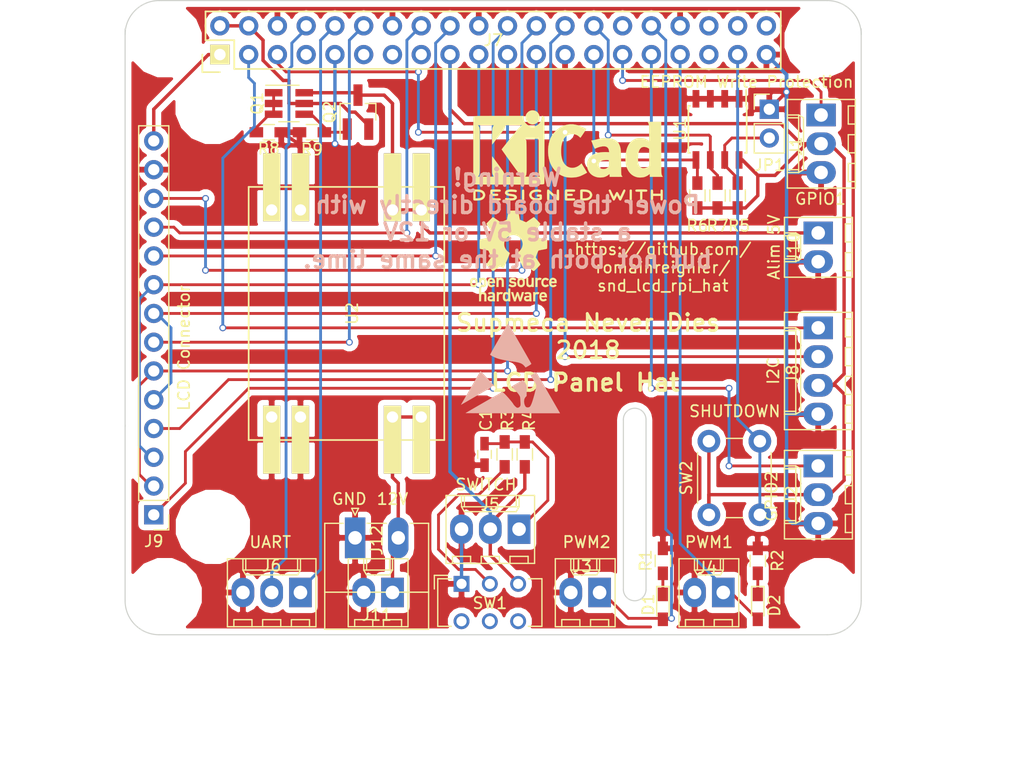
<source format=kicad_pcb>
(kicad_pcb (version 4) (host pcbnew 4.0.7-e2-6376~58~ubuntu16.04.1)
  (title_block (title "SND LCD RPI HAT") (date 2018-03-19) (rev 1.0) (company "Supmeca Never Dies") (comment 1 "Made by Romain Reignier") (comment 3 https://github.com/romainreignier/snd_lcd_rpi_hat) (comment 4 "Open Source Hardware"))
  (layers (0 F.Cu signal) (31 B.Cu signal) (34 B.Paste user hide) (35 F.Paste user hide) (36 B.SilkS user) (37 F.SilkS user) (38 B.Mask user hide) (39 F.Mask user hide) (44 Edge.Cuts user))
  (net 0 "")
  (net 1 /SWITCH)
  (net 2 GND)
  (net 3 "Net-(D1-Pad1)")
  (net 4 /LED1)
  (net 5 "Net-(D2-Pad1)")
  (net 6 /LED2)
  (net 7 +3V3)
  (net 8 /GPIO1)
  (net 9 /GPIO2)
  (net 10 /UART_TX)
  (net 11 /UART_RX)
  (net 12 /I2C_SDA)
  (net 13 /I2C_SCL)
  (net 14 "Net-(J7-Pad7)")
  (net 15 "Net-(J7-Pad11)")
  (net 16 /LCD_LED)
  (net 17 "Net-(J7-Pad13)")
  (net 18 "Net-(J7-Pad15)")
  (net 19 /LCD_RESET)
  (net 20 /LCD_DC)
  (net 21 /LCD_MOSI)
  (net 22 /LCD_MISO)
  (net 23 /TOUCH_IRQ)
  (net 24 /LCD_SCLK)
  (net 25 /LCD_CS)
  (net 26 /TOUCH_CS)
  (net 27 /EEPROM_SDA)
  (net 28 /EEPROM_SCL)
  (net 29 "Net-(J7-Pad30)")
  (net 30 "Net-(J7-Pad35)")
  (net 31 "Net-(J7-Pad36)")
  (net 32 "Net-(J7-Pad38)")
  (net 33 "Net-(J7-Pad40)")
  (net 34 "Net-(JP1-Pad2)")
  (net 35 "Net-(R3-Pad1)")
  (net 36 +12V)
  (net 37 /P5V_HAT)
  (net 38 /P5V_POWER)
  (net 39 "Net-(Q1-Pad1)")
  (net 40 "Net-(Q1-Pad4)")
  (net 41 /SHUTDOWN)
  (module D-SUN:D-SUN (layer F.Cu) (at 134.366 94.742 90)
    (fp_text reference U2 (at 0 0.5 90) (layer F.SilkS))
    (fp_text value DCDC-Converter_D-SUN)
    (pad 5 thru_hole rect (at -9.144 -4.064 270) (size 6 1.524) (drill 1 (offset 2 0)) (layers F.Cu F.SilkS F.Mask) (net 2 GND))
    (pad 7 thru_hole rect (at 9.144 4.064 90) (size 6 1.524) (drill 1 (offset 2 0)) (layers F.Cu F.SilkS F.Mask) (net 38 /P5V_POWER))
    (pad 8 thru_hole rect (at 9.144 -4.064 90) (size 6 1.524) (drill 1 (offset 2 0)) (layers F.Cu F.SilkS F.Mask) (net 2 GND))
    (pad 1 thru_hole rect (at -9.144 -6.604 90) (size 6 1.524) (drill 1 (offset -2 0)) (layers F.Cu F.SilkS F.Mask) (net 2 GND))
    (pad 6 thru_hole rect (at -9.144 4.064 270) (size 6 1.524) (drill 1 (offset 2 0)) (layers F.Cu F.SilkS F.Mask) (net 36 +12V))
    (pad 2 thru_hole rect (at -9.144 6.604 270) (size 6 1.524) (drill 1 (offset 2 0)) (layers F.Cu F.SilkS F.Mask) (net 36 +12V))
    (pad 3 thru_hole rect (at 9.144 6.604 90) (size 6 1.524) (drill 1 (offset 2 0)) (layers F.Cu F.SilkS F.Mask) (net 38 /P5V_POWER))
    (pad 4 thru_hole rect (at 9.144 -6.604 90) (size 6 1.524) (drill 1 (offset 2 0)) (layers F.Cu F.SilkS F.Mask) (net 2 GND))
  )
  (module RPi_Hat:RPi_Hat_Mounting_Hole (layer F.Cu) (at 176.3182 70.6115)
    (fp_text reference "" hide)
    (fp_text value "" hide)
    (pad "" np_thru_hole circle (at 0 0) (size 3.1 3.1) (drill 3.1) (layers *.Cu *.Mask) (clearance 1.725))
  )
  (module RPi_Hat:RPi_Hat_Mounting_Hole (layer F.Cu) (at 176.3182 119.6115)
    (fp_text reference "" hide)
    (fp_text value "" hide)
    (pad "" np_thru_hole circle (at 0 0) (size 3.1 3.1) (drill 3.1) (layers *.Cu *.Mask) (clearance 1.725))
  )
  (module RPi_Hat:RPi_Hat_Mounting_Hole (layer F.Cu) (at 118.3182 119.6115)
    (fp_text reference "" hide)
    (fp_text value "" hide)
    (pad "" np_thru_hole circle (at 0 0) (size 3.1 3.1) (drill 3.1) (layers *.Cu *.Mask) (clearance 1.725))
  )
  (module RPi_Hat:RPi_Hat_Mounting_Hole (layer F.Cu) (at 118.3182 70.6115)
    (fp_text reference "" hide)
    (fp_text value "" hide)
    (pad "" np_thru_hole circle (at 0 0) (size 3.1 3.1) (drill 3.1) (layers *.Cu *.Mask) (clearance 1.725))
  )
  (module Capacitors_SMD:C_0603_HandSoldering (layer F.Cu) (at 146.558 107.188 270)
    (fp_text reference C1 (at -3.048 -0.127 270) (layer F.SilkS))
    (fp_text value 0.1uF)
    (pad 1 smd rect (at -0.95 0 270) (size 1.2 0.75) (layers F.Cu F.Paste F.Mask) (net 1 /SWITCH))
    (pad 2 smd rect (at 0.95 0 270) (size 1.2 0.75) (layers F.Cu F.Paste F.Mask) (net 2 GND))
  )
  (module LEDs:LED_0603_HandSoldering (layer F.Cu) (at 162.306 120.65 270)
    (fp_text reference D1 (at -0.19304 1.28524 270) (layer F.SilkS))
    (fp_text value LED)
    (pad 1 smd rect (at -1.1 0 270) (size 1.2 0.9) (layers F.Cu F.Paste F.Mask) (net 3 "Net-(D1-Pad1)"))
    (pad 2 smd rect (at 1.1 0 270) (size 1.2 0.9) (layers F.Cu F.Paste F.Mask) (net 4 /LED1))
  )
  (module LEDs:LED_0603_HandSoldering (layer F.Cu) (at 170.688 120.65 270)
    (fp_text reference D2 (at -0.11684 -1.46304 270) (layer F.SilkS))
    (fp_text value LED)
    (pad 1 smd rect (at -1.1 0 270) (size 1.2 0.9) (layers F.Cu F.Paste F.Mask) (net 5 "Net-(D2-Pad1)"))
    (pad 2 smd rect (at 1.1 0 270) (size 1.2 0.9) (layers F.Cu F.Paste F.Mask) (net 6 /LED2))
  )
  (module Connectors_Molex:Molex_KK-6410-03_03x2.54mm_Straight (layer F.Cu) (at 176.276 77.216 270)
    (fp_text reference J1 (at 2.76352 2.21488 450) (layer F.SilkS))
    (fp_text value Conn_01x03)
    (pad 1 thru_hole rect (at 0 0 270) (size 2 2.6) (drill 1.2) (layers *.Cu *.Mask) (net 8 /GPIO1))
    (pad 2 thru_hole oval (at 2.54 0 270) (size 2 2.6) (drill 1.2) (layers *.Cu *.Mask) (net 7 +3V3))
    (pad 3 thru_hole oval (at 5.08 0 270) (size 2 2.6) (drill 1.2) (layers *.Cu *.Mask) (net 2 GND))
  )
  (module Connectors_Molex:Molex_KK-6410-02_02x2.54mm_Straight (layer F.Cu) (at 156.718 119.38 180)
    (fp_text reference J3 (at 1.53416 2.29616 180) (layer F.SilkS))
    (fp_text value Conn_01x02)
    (pad 1 thru_hole rect (at 0 0 180) (size 2 2.6) (drill 1.2) (layers *.Cu *.Mask) (net 4 /LED1))
    (pad 2 thru_hole oval (at 2.54 0 180) (size 2 2.6) (drill 1.2) (layers *.Cu *.Mask) (net 2 GND))
  )
  (module Connectors_Molex:Molex_KK-6410-02_02x2.54mm_Straight (layer F.Cu) (at 167.64 119.38 180)
    (fp_text reference J4 (at 1.40716 2.1844 180) (layer F.SilkS))
    (fp_text value Conn_01x02)
    (pad 1 thru_hole rect (at 0 0 180) (size 2 2.6) (drill 1.2) (layers *.Cu *.Mask) (net 6 /LED2))
    (pad 2 thru_hole oval (at 2.54 0 180) (size 2 2.6) (drill 1.2) (layers *.Cu *.Mask) (net 2 GND))
  )
  (module Connectors_Molex:Molex_KK-6410-03_03x2.54mm_Straight (layer F.Cu) (at 149.606 113.792 180)
    (fp_text reference J5 (at 2.55016 2.19456 180) (layer F.SilkS))
    (fp_text value Conn_01x03)
    (pad 1 thru_hole rect (at 0 0 180) (size 2 2.6) (drill 1.2) (layers *.Cu *.Mask) (net 1 /SWITCH))
    (pad 2 thru_hole oval (at 2.54 0 180) (size 2 2.6) (drill 1.2) (layers *.Cu *.Mask) (net 7 +3V3))
    (pad 3 thru_hole oval (at 5.08 0 180) (size 2 2.6) (drill 1.2) (layers *.Cu *.Mask) (net 2 GND))
  )
  (module Connectors_Molex:Molex_KK-6410-03_03x2.54mm_Straight (layer F.Cu) (at 130.302 119.38 180)
    (fp_text reference J6 (at 2.55016 2.37236 180) (layer F.SilkS))
    (fp_text value Conn_01x03)
    (pad 1 thru_hole rect (at 0 0 180) (size 2 2.6) (drill 1.2) (layers *.Cu *.Mask) (net 11 /UART_RX))
    (pad 2 thru_hole oval (at 2.54 0 180) (size 2 2.6) (drill 1.2) (layers *.Cu *.Mask) (net 10 /UART_TX))
    (pad 3 thru_hole oval (at 5.08 0 180) (size 2 2.6) (drill 1.2) (layers *.Cu *.Mask) (net 2 GND))
  )
  (module RPi_Hat:Pin_Header_Straight_2x20 (layer F.Cu) (at 147.3182 70.6115 90)
    (fp_text reference J7 (at -0.0005 0.02212 360) (layer F.SilkS))
    (fp_text value RPi_GPIO)
    (pad 1 thru_hole rect (at -1.27 -24.13 90) (size 1.7272 1.7272) (drill 1.016) (layers *.Cu *.Mask F.SilkS) (net 7 +3V3))
    (pad 2 thru_hole oval (at 1.27 -24.13 90) (size 1.7 1.7) (drill 1) (layers *.Cu *.Mask) (net 37 /P5V_HAT))
    (pad 3 thru_hole oval (at -1.27 -21.59 90) (size 1.7 1.7) (drill 1) (layers *.Cu *.Mask) (net 12 /I2C_SDA))
    (pad 4 thru_hole oval (at 1.27 -21.59 90) (size 1.7 1.7) (drill 1) (layers *.Cu *.Mask) (net 37 /P5V_HAT))
    (pad 5 thru_hole oval (at -1.27 -19.05 90) (size 1.7 1.7) (drill 1) (layers *.Cu *.Mask) (net 13 /I2C_SCL))
    (pad 6 thru_hole oval (at 1.27 -19.05 90) (size 1.7 1.7) (drill 1) (layers *.Cu *.Mask) (net 2 GND))
    (pad 7 thru_hole oval (at -1.27 -16.51 90) (size 1.7 1.7) (drill 1) (layers *.Cu *.Mask) (net 14 "Net-(J7-Pad7)"))
    (pad 8 thru_hole oval (at 1.27 -16.51 90) (size 1.7 1.7) (drill 1) (layers *.Cu *.Mask) (net 10 /UART_TX))
    (pad 9 thru_hole oval (at -1.27 -13.97 90) (size 1.7 1.7) (drill 1) (layers *.Cu *.Mask) (net 2 GND))
    (pad 10 thru_hole oval (at 1.27 -13.97 90) (size 1.7 1.7) (drill 1) (layers *.Cu *.Mask) (net 11 /UART_RX))
    (pad 11 thru_hole oval (at -1.27 -11.43 90) (size 1.7 1.7) (drill 1) (layers *.Cu *.Mask) (net 15 "Net-(J7-Pad11)"))
    (pad 12 thru_hole oval (at 1.27 -11.43 90) (size 1.7 1.7) (drill 1) (layers *.Cu *.Mask) (net 16 /LCD_LED))
    (pad 13 thru_hole oval (at -1.27 -8.89 90) (size 1.7 1.7) (drill 1) (layers *.Cu *.Mask) (net 17 "Net-(J7-Pad13)"))
    (pad 14 thru_hole oval (at 1.27 -8.89 90) (size 1.7 1.7) (drill 1) (layers *.Cu *.Mask) (net 2 GND))
    (pad 15 thru_hole oval (at -1.27 -6.35 90) (size 1.7 1.7) (drill 1) (layers *.Cu *.Mask) (net 18 "Net-(J7-Pad15)"))
    (pad 16 thru_hole oval (at 1.27 -6.35 90) (size 1.7 1.7) (drill 1) (layers *.Cu *.Mask) (net 19 /LCD_RESET))
    (pad 17 thru_hole oval (at -1.27 -3.81 90) (size 1.7 1.7) (drill 1) (layers *.Cu *.Mask) (net 7 +3V3))
    (pad 18 thru_hole oval (at 1.27 -3.81 90) (size 1.7 1.7) (drill 1) (layers *.Cu *.Mask) (net 20 /LCD_DC))
    (pad 19 thru_hole oval (at -1.27 -1.27 90) (size 1.7 1.7) (drill 1) (layers *.Cu *.Mask) (net 21 /LCD_MOSI))
    (pad 20 thru_hole oval (at 1.27 -1.27 90) (size 1.7 1.7) (drill 1) (layers *.Cu *.Mask) (net 2 GND))
    (pad 21 thru_hole oval (at -1.27 1.27 90) (size 1.7 1.7) (drill 1) (layers *.Cu *.Mask) (net 22 /LCD_MISO))
    (pad 22 thru_hole oval (at 1.27 1.27 90) (size 1.7 1.7) (drill 1) (layers *.Cu *.Mask) (net 23 /TOUCH_IRQ))
    (pad 23 thru_hole oval (at -1.27 3.81 90) (size 1.7 1.7) (drill 1) (layers *.Cu *.Mask) (net 24 /LCD_SCLK))
    (pad 24 thru_hole oval (at 1.27 3.81 90) (size 1.7 1.7) (drill 1) (layers *.Cu *.Mask) (net 25 /LCD_CS))
    (pad 25 thru_hole oval (at -1.27 6.35 90) (size 1.7 1.7) (drill 1) (layers *.Cu *.Mask) (net 2 GND))
    (pad 26 thru_hole oval (at 1.27 6.35 90) (size 1.7 1.7) (drill 1) (layers *.Cu *.Mask) (net 26 /TOUCH_CS))
    (pad 27 thru_hole oval (at -1.27 8.89 90) (size 1.7 1.7) (drill 1) (layers *.Cu *.Mask) (net 27 /EEPROM_SDA))
    (pad 28 thru_hole oval (at 1.27 8.89 90) (size 1.7 1.7) (drill 1) (layers *.Cu *.Mask) (net 28 /EEPROM_SCL))
    (pad 29 thru_hole oval (at -1.27 11.43 90) (size 1.7 1.7) (drill 1) (layers *.Cu *.Mask) (net 8 /GPIO1))
    (pad 30 thru_hole oval (at 1.27 11.43 90) (size 1.7 1.7) (drill 1) (layers *.Cu *.Mask) (net 29 "Net-(J7-Pad30)"))
    (pad 31 thru_hole oval (at -1.27 13.97 90) (size 1.7 1.7) (drill 1) (layers *.Cu *.Mask) (net 9 /GPIO2))
    (pad 32 thru_hole oval (at 1.27 13.97 90) (size 1.7 1.7) (drill 1) (layers *.Cu *.Mask) (net 4 /LED1))
    (pad 33 thru_hole oval (at -1.27 16.51 90) (size 1.7 1.7) (drill 1) (layers *.Cu *.Mask) (net 6 /LED2))
    (pad 34 thru_hole oval (at 1.27 16.51 90) (size 1.7 1.7) (drill 1) (layers *.Cu *.Mask) (net 2 GND))
    (pad 35 thru_hole oval (at -1.27 19.05 90) (size 1.7 1.7) (drill 1) (layers *.Cu *.Mask) (net 30 "Net-(J7-Pad35)"))
    (pad 36 thru_hole oval (at 1.27 19.05 90) (size 1.7 1.7) (drill 1) (layers *.Cu *.Mask) (net 31 "Net-(J7-Pad36)"))
    (pad 37 thru_hole oval (at -1.27 21.59 90) (size 1.7 1.7) (drill 1) (layers *.Cu *.Mask) (net 41 /SHUTDOWN))
    (pad 38 thru_hole oval (at 1.27 21.59 90) (size 1.7 1.7) (drill 1) (layers *.Cu *.Mask) (net 32 "Net-(J7-Pad38)"))
    (pad 39 thru_hole oval (at -1.27 24.13 90) (size 1.7 1.7) (drill 1) (layers *.Cu *.Mask) (net 2 GND))
    (pad 40 thru_hole oval (at 1.27 24.13 90) (size 1.7 1.7) (drill 1) (layers *.Cu *.Mask) (net 33 "Net-(J7-Pad40)"))
  )
  (module Connectors_Molex:Molex_KK-6410-04_04x2.54mm_Straight (layer F.Cu) (at 176.022 96.012 270)
    (fp_text reference J8 (at 4.10464 2.26568 270) (layer F.SilkS))
    (fp_text value Conn_01x04)
    (pad 1 thru_hole rect (at 0 0 270) (size 2 2.6) (drill 1.2) (layers *.Cu *.Mask) (net 12 /I2C_SDA))
    (pad 2 thru_hole oval (at 2.54 0 270) (size 2 2.6) (drill 1.2) (layers *.Cu *.Mask) (net 13 /I2C_SCL))
    (pad 3 thru_hole oval (at 5.08 0 270) (size 2 2.6) (drill 1.2) (layers *.Cu *.Mask) (net 7 +3V3))
    (pad 4 thru_hole oval (at 7.62 0 270) (size 2 2.6) (drill 1.2) (layers *.Cu *.Mask) (net 2 GND))
  )
  (module Connectors_Molex:Molex_KK-6410-02_02x2.54mm_Straight (layer F.Cu) (at 176.022 87.63 270)
    (fp_text reference J10 (at 1.24968 2.1844 270) (layer F.SilkS))
    (fp_text value Conn_01x02)
    (pad 1 thru_hole rect (at 0 0 270) (size 2 2.6) (drill 1.2) (layers *.Cu *.Mask) (net 38 /P5V_POWER))
    (pad 2 thru_hole oval (at 2.54 0 270) (size 2 2.6) (drill 1.2) (layers *.Cu *.Mask) (net 2 GND))
  )
  (module Pin_Headers:Pin_Header_Straight_1x02_Pitch2.54mm (layer F.Cu) (at 171.704 76.708)
    (fp_text reference JP1 (at 0.01524 4.94284) (layer F.SilkS))
    (fp_text value Jumper)
    (pad 1 thru_hole rect (at 0 0) (size 1.7 1.7) (drill 1) (layers *.Cu *.Mask) (net 2 GND))
    (pad 2 thru_hole oval (at 0 2.54) (size 1.7 1.7) (drill 1) (layers *.Cu *.Mask) (net 34 "Net-(JP1-Pad2)"))
  )
  (module Resistors_SMD:R_0603_HandSoldering (layer F.Cu) (at 162.306 116.586 270)
    (fp_text reference R1 (at -0.03048 1.51384 270) (layer F.SilkS))
    (fp_text value 330)
    (pad 1 smd rect (at -1.1 0 270) (size 1.2 0.9) (layers F.Cu F.Paste F.Mask) (net 2 GND))
    (pad 2 smd rect (at 1.1 0 270) (size 1.2 0.9) (layers F.Cu F.Paste F.Mask) (net 3 "Net-(D1-Pad1)"))
  )
  (module Resistors_SMD:R_0603_HandSoldering (layer F.Cu) (at 170.688 116.586 270)
    (fp_text reference R2 (at -0.01524 -1.73736 270) (layer F.SilkS))
    (fp_text value 330)
    (pad 1 smd rect (at -1.1 0 270) (size 1.2 0.9) (layers F.Cu F.Paste F.Mask) (net 2 GND))
    (pad 2 smd rect (at 1.1 0 270) (size 1.2 0.9) (layers F.Cu F.Paste F.Mask) (net 5 "Net-(D2-Pad1)"))
  )
  (module Resistors_SMD:R_0603_HandSoldering (layer F.Cu) (at 148.336 107.188 90)
    (fp_text reference R3 (at 3.048 0.254 90) (layer F.SilkS))
    (fp_text value 1k)
    (pad 1 smd rect (at -1.1 0 90) (size 1.2 0.9) (layers F.Cu F.Paste F.Mask) (net 35 "Net-(R3-Pad1)"))
    (pad 2 smd rect (at 1.1 0 90) (size 1.2 0.9) (layers F.Cu F.Paste F.Mask) (net 1 /SWITCH))
  )
  (module Resistors_SMD:R_0603_HandSoldering (layer F.Cu) (at 150.114 107.188 90)
    (fp_text reference R4 (at 3.048 0.381 90) (layer F.SilkS))
    (fp_text value 10k)
    (pad 1 smd rect (at -1.1 0 90) (size 1.2 0.9) (layers F.Cu F.Paste F.Mask) (net 7 +3V3))
    (pad 2 smd rect (at 1.1 0 90) (size 1.2 0.9) (layers F.Cu F.Paste F.Mask) (net 1 /SWITCH))
  )
  (module Resistors_SMD:R_0603_HandSoldering (layer F.Cu) (at 168.91 84.328 90)
    (fp_text reference R5 (at -2.667 0.127 360) (layer F.SilkS))
    (fp_text value 1k)
    (pad 1 smd rect (at -1.1 0 90) (size 1.2 0.9) (layers F.Cu F.Paste F.Mask) (net 7 +3V3))
    (pad 2 smd rect (at 1.1 0 90) (size 1.2 0.9) (layers F.Cu F.Paste F.Mask) (net 34 "Net-(JP1-Pad2)"))
  )
  (module Resistors_SMD:R_0603_HandSoldering (layer F.Cu) (at 165.354 84.328 90)
    (fp_text reference R6 (at -2.667 0 360) (layer F.SilkS))
    (fp_text value 3.9k)
    (pad 1 smd rect (at -1.1 0 90) (size 1.2 0.9) (layers F.Cu F.Paste F.Mask) (net 7 +3V3))
    (pad 2 smd rect (at 1.1 0 90) (size 1.2 0.9) (layers F.Cu F.Paste F.Mask) (net 27 /EEPROM_SDA))
  )
  (module Resistors_SMD:R_0603_HandSoldering (layer F.Cu) (at 167.132 84.328 90)
    (fp_text reference R7 (at -2.667 0 360) (layer F.SilkS))
    (fp_text value 3.9k)
    (pad 1 smd rect (at -1.1 0 90) (size 1.2 0.9) (layers F.Cu F.Paste F.Mask) (net 7 +3V3))
    (pad 2 smd rect (at 1.1 0 90) (size 1.2 0.9) (layers F.Cu F.Paste F.Mask) (net 28 /EEPROM_SCL))
  )
  (module Buttons_Switches_THT:SW_CuK_JS202011CQN_DPDT_Straight (layer F.Cu) (at 144.526 118.618)
    (fp_text reference SW1 (at 2.50444 1.7018 180) (layer F.SilkS))
    (fp_text value SW_DPDT_x2)
    (pad 1 thru_hole rect (at 0 0) (size 1.4 1.4) (drill 0.9) (layers *.Cu *.Mask) (net 2 GND))
    (pad 2 thru_hole circle (at 2.5 0) (size 1.4 1.4) (drill 0.9) (layers *.Cu *.Mask) (net 35 "Net-(R3-Pad1)"))
    (pad 3 thru_hole circle (at 5 0) (size 1.4 1.4) (drill 0.9) (layers *.Cu *.Mask) (net 7 +3V3))
    (pad 4 thru_hole circle (at 0 3.3) (size 1.4 1.4) (drill 0.9) (layers *.Cu *.Mask))
    (pad 5 thru_hole circle (at 2.5 3.3) (size 1.4 1.4) (drill 0.9) (layers *.Cu *.Mask))
    (pad 6 thru_hole circle (at 5 3.3) (size 1.4 1.4) (drill 0.9) (layers *.Cu *.Mask))
  )
  (module Housings_SOIC:SOIC-8_3.9x4.9mm_Pitch1.27mm (layer F.Cu) (at 167.132 78.486 270)
    (fp_text reference U1 (at 0 3.302 270) (layer F.SilkS))
    (fp_text value AT24CS32-SSHM)
    (pad 1 smd rect (at -2.7 -1.905 270) (size 1.55 0.6) (layers F.Cu F.Paste F.Mask) (net 2 GND))
    (pad 2 smd rect (at -2.7 -0.635 270) (size 1.55 0.6) (layers F.Cu F.Paste F.Mask) (net 2 GND))
    (pad 3 smd rect (at -2.7 0.635 270) (size 1.55 0.6) (layers F.Cu F.Paste F.Mask) (net 2 GND))
    (pad 4 smd rect (at -2.7 1.905 270) (size 1.55 0.6) (layers F.Cu F.Paste F.Mask) (net 2 GND))
    (pad 5 smd rect (at 2.7 1.905 270) (size 1.55 0.6) (layers F.Cu F.Paste F.Mask) (net 27 /EEPROM_SDA))
    (pad 6 smd rect (at 2.7 0.635 270) (size 1.55 0.6) (layers F.Cu F.Paste F.Mask) (net 28 /EEPROM_SCL))
    (pad 7 smd rect (at 2.7 -0.635 270) (size 1.55 0.6) (layers F.Cu F.Paste F.Mask) (net 34 "Net-(JP1-Pad2)"))
    (pad 8 smd rect (at 2.7 -1.905 270) (size 1.55 0.6) (layers F.Cu F.Paste F.Mask) (net 7 +3V3))
  )
  (module Connectors_Molex:Molex_KK-6410-02_02x2.54mm_Straight (layer F.Cu) (at 138.43 119.38 180)
    (fp_text reference J11 (at 1.39196 -1.98374 360) (layer F.SilkS))
    (fp_text value Conn_01x02)
    (pad 1 thru_hole rect (at 0 0 180) (size 2 2.6) (drill 1.2) (layers *.Cu *.Mask) (net 36 +12V))
    (pad 2 thru_hole oval (at 2.54 0 180) (size 2 2.6) (drill 1.2) (layers *.Cu *.Mask) (net 2 GND))
  )
  (module Connectors_Molex:Molex_KK-6410-03_03x2.54mm_Straight (layer F.Cu) (at 176.022 108.204 270)
    (fp_text reference J2 (at 2.5908 2.3622 270) (layer F.SilkS))
    (fp_text value Conn_01x03)
    (pad 1 thru_hole rect (at 0 0 270) (size 2 2.6) (drill 1.2) (layers *.Cu *.Mask) (net 9 /GPIO2))
    (pad 2 thru_hole oval (at 2.54 0 270) (size 2 2.6) (drill 1.2) (layers *.Cu *.Mask) (net 7 +3V3))
    (pad 3 thru_hole oval (at 5.08 0 270) (size 2 2.6) (drill 1.2) (layers *.Cu *.Mask) (net 2 GND))
  )
  (module Connectors_Phoenix:PhoenixContact_MC-G_02x3.81mm_Angled (layer F.Cu) (at 135.128 114.554)
    (fp_text reference J12 (at 1.91004 0.2159 90) (layer F.SilkS))
    (fp_text value Conn_01x02)
    (pad 1 thru_hole rect (at 0 0) (size 1.8 3.6) (drill 1.2) (layers *.Cu *.Mask) (net 2 GND))
    (pad 2 thru_hole oval (at 3.81 0) (size 1.8 3.6) (drill 1.2) (layers *.Cu *.Mask) (net 36 +12V))
  )
  (module Pin_Headers:Pin_Header_Straight_1x14_Pitch2.54mm (layer F.Cu) (at 117.348 112.522 180)
    (fp_text reference J9 (at 0 -2.33 180) (layer F.SilkS))
    (fp_text value Conn_01x14)
    (pad 1 thru_hole rect (at 0 0 180) (size 1.7 1.7) (drill 1) (layers *.Cu *.Mask) (net 23 /TOUCH_IRQ))
    (pad 2 thru_hole oval (at 0 2.54 180) (size 1.7 1.7) (drill 1) (layers *.Cu *.Mask) (net 22 /LCD_MISO))
    (pad 3 thru_hole oval (at 0 5.08 180) (size 1.7 1.7) (drill 1) (layers *.Cu *.Mask) (net 21 /LCD_MOSI))
    (pad 4 thru_hole oval (at 0 7.62 180) (size 1.7 1.7) (drill 1) (layers *.Cu *.Mask) (net 26 /TOUCH_CS))
    (pad 5 thru_hole oval (at 0 10.16 180) (size 1.7 1.7) (drill 1) (layers *.Cu *.Mask) (net 24 /LCD_SCLK))
    (pad 6 thru_hole oval (at 0 12.7 180) (size 1.7 1.7) (drill 1) (layers *.Cu *.Mask) (net 22 /LCD_MISO))
    (pad 7 thru_hole oval (at 0 15.24 180) (size 1.7 1.7) (drill 1) (layers *.Cu *.Mask) (net 16 /LCD_LED))
    (pad 8 thru_hole oval (at 0 17.78 180) (size 1.7 1.7) (drill 1) (layers *.Cu *.Mask) (net 24 /LCD_SCLK))
    (pad 9 thru_hole oval (at 0 20.32 180) (size 1.7 1.7) (drill 1) (layers *.Cu *.Mask) (net 21 /LCD_MOSI))
    (pad 10 thru_hole oval (at 0 22.86 180) (size 1.7 1.7) (drill 1) (layers *.Cu *.Mask) (net 20 /LCD_DC))
    (pad 11 thru_hole oval (at 0 25.4 180) (size 1.7 1.7) (drill 1) (layers *.Cu *.Mask) (net 19 /LCD_RESET))
    (pad 12 thru_hole oval (at 0 27.94 180) (size 1.7 1.7) (drill 1) (layers *.Cu *.Mask) (net 25 /LCD_CS))
    (pad 13 thru_hole oval (at 0 30.48 180) (size 1.7 1.7) (drill 1) (layers *.Cu *.Mask) (net 2 GND))
    (pad 14 thru_hole oval (at 0 33.02 180) (size 1.7 1.7) (drill 1) (layers *.Cu *.Mask) (net 7 +3V3))
  )
  (module TO_SOT_Packages_SMD:SOT-23-6_Handsoldering (layer F.Cu) (at 129.286 76.2)
    (fp_text reference Q1 (at -2.794 0 90) (layer F.SilkS))
    (fp_text value DMMT5401)
    (pad 1 smd rect (at -1.35 -0.95) (size 1.56 0.65) (layers F.Cu F.Paste F.Mask) (net 39 "Net-(Q1-Pad1)"))
    (pad 2 smd rect (at -1.35 0) (size 1.56 0.65) (layers F.Cu F.Paste F.Mask) (net 39 "Net-(Q1-Pad1)"))
    (pad 3 smd rect (at -1.35 0.95) (size 1.56 0.65) (layers F.Cu F.Paste F.Mask) (net 39 "Net-(Q1-Pad1)"))
    (pad 4 smd rect (at 1.35 0.95) (size 1.56 0.65) (layers F.Cu F.Paste F.Mask) (net 40 "Net-(Q1-Pad4)"))
    (pad 6 smd rect (at 1.35 -0.95) (size 1.56 0.65) (layers F.Cu F.Paste F.Mask) (net 38 /P5V_POWER))
    (pad 5 smd rect (at 1.35 0) (size 1.56 0.65) (layers F.Cu F.Paste F.Mask) (net 37 /P5V_HAT))
  )
  (module Resistors_SMD:R_0603_HandSoldering (layer F.Cu) (at 127.508 78.74)
    (fp_text reference R8 (at 0 1.44272) (layer F.SilkS))
    (fp_text value 10k)
    (pad 1 smd rect (at -1.1 0) (size 1.2 0.9) (layers F.Cu F.Paste F.Mask) (net 39 "Net-(Q1-Pad1)"))
    (pad 2 smd rect (at 1.1 0) (size 1.2 0.9) (layers F.Cu F.Paste F.Mask) (net 2 GND))
  )
  (module Resistors_SMD:R_0603_HandSoldering (layer F.Cu) (at 131.318 78.74 180)
    (fp_text reference R9 (at 0 -1.524 180) (layer F.SilkS))
    (fp_text value 47k)
    (pad 1 smd rect (at -1.1 0 180) (size 1.2 0.9) (layers F.Cu F.Paste F.Mask) (net 40 "Net-(Q1-Pad4)"))
    (pad 2 smd rect (at 1.1 0 180) (size 1.2 0.9) (layers F.Cu F.Paste F.Mask) (net 2 GND))
  )
  (module RPi_Hat:RPi_Hat_Mounting_Hole (layer F.Cu) (at 122.5423 76.5048)
    (fp_text reference "" hide)
    (fp_text value "" hide)
    (pad "" np_thru_hole circle (at 0 0) (size 3.1 3.1) (drill 3.1) (layers *.Cu *.Mask) (clearance 1.725))
  )
  (module RPi_Hat:RPi_Hat_Mounting_Hole (layer F.Cu) (at 122.57024 113.5888)
    (fp_text reference "" hide)
    (fp_text value "" hide)
    (pad "" np_thru_hole circle (at 0 0) (size 3.1 3.1) (drill 3.1) (layers *.Cu *.Mask) (clearance 1.725))
  )
  (module TO_SOT_Packages_SMD:SOT-23_Handsoldering (layer F.Cu) (at 135.382 76.962 90)
    (fp_text reference Q2 (at 0 -2.5 90) (layer F.SilkS))
    (fp_text value DMG2305UX)
    (pad 1 smd rect (at -1.5 -0.95 90) (size 1.9 0.8) (layers F.Cu F.Paste F.Mask) (net 40 "Net-(Q1-Pad4)"))
    (pad 2 smd rect (at -1.5 0.95 90) (size 1.9 0.8) (layers F.Cu F.Paste F.Mask) (net 37 /P5V_HAT))
    (pad 3 smd rect (at 1.5 0 90) (size 1.9 0.8) (layers F.Cu F.Paste F.Mask) (net 38 /P5V_POWER))
  )
  (module Buttons_Switches_THT:SW_PUSH_6mm_h5mm (layer F.Cu) (at 166.37 112.522 90)
    (fp_text reference SW2 (at 3.25 -2 90) (layer F.SilkS))
    (fp_text value SW_Push)
    (pad 2 thru_hole circle (at 0 4.5 180) (size 2 2) (drill 1.1) (layers *.Cu *.Mask) (net 41 /SHUTDOWN))
    (pad 1 thru_hole circle (at 0 0 180) (size 2 2) (drill 1.1) (layers *.Cu *.Mask) (net 7 +3V3))
    (pad 2 thru_hole circle (at 6.5 4.5 180) (size 2 2) (drill 1.1) (layers *.Cu *.Mask) (net 41 /SHUTDOWN))
    (pad 1 thru_hole circle (at 6.5 0 180) (size 2 2) (drill 1.1) (layers *.Cu *.Mask) (net 7 +3V3))
  )
  (module Symbols:OSHW-Logo_7.5x8mm_SilkScreen (layer F.Cu) (at 149.098 89.662)
    (fp_text reference REF*** hide)
    (fp_text value OSHW-Logo_7.5x8mm_SilkScreen hide)
  )
  (module Symbols:KiCad-Logo2_8mm_SilkScreen (layer F.Cu) (at 153.924 80.772)
    (fp_text reference REF*** hide)
    (fp_text value KiCad-Logo2_8mm_SilkScreen hide)
  )
  (module Symbols:ESD-Logo_8.9x8mm_SilkScreen (layer B.Cu) (at 148.844 99.568 180)
    (fp_text reference REF*** hide)
    (fp_text value ESD-Logo_8.9x8mm_SilkScreen hide)
  )
  (gr_text "https://github.com/\nromainreignier/\nsnd_lcd_rpi_hat" (at 162.306 90.678) (layer F.SilkS) (effects (font (size 1 1))))
  (gr_text SHUTDOWN (at 168.656 103.378) (layer F.SilkS) (effects (font (size 1 1))))
  (gr_text "Warning!\nPower the board directly with\na stable 5V or 12V\nbut not both at the same time." (at 148.59 86.36) (layer B.SilkS) (effects (font (size 1.5 1.5) (thickness 0.3)) (justify mirror)))
  (gr_text SWITCH (at 146.685 109.855) (layer F.SilkS) (effects (font (size 1 1))))
  (gr_text PWM2 (at 155.575 114.935) (layer F.SilkS) (effects (font (size 1 1))))
  (gr_text PWM1 (at 166.37 114.935) (layer F.SilkS) (effects (font (size 1 1))))
  (gr_text UART (at 127.635 114.935) (layer F.SilkS) (effects (font (size 1 1))))
  (gr_text "LCD Connector" (at 120.015 97.79 90) (layer F.SilkS) (effects (font (size 1 1))))
  (gr_text GND (at 134.62 111.125) (layer F.SilkS) (effects (font (size 1 1))))
  (gr_text 12V (at 138.43 111.125) (layer F.SilkS) (effects (font (size 1 1))))
  (gr_text "EEPROM Write Protection" (at 169.6974 74.295) (layer F.SilkS) (effects (font (size 1 1))))
  (gr_text GPIO1 (at 176.21504 84.62264) (layer F.SilkS) (effects (font (size 1 1))))
  (gr_text "Alim 5V" (at 172.1104 88.87968 90) (layer F.SilkS) (effects (font (size 1 1))))
  (gr_text I2C (at 172.05452 99.80168 90) (layer F.SilkS) (effects (font (size 1 1))))
  (gr_text GPIO2 (at 171.89196 110.88624 90) (layer F.SilkS) (effects (font (size 1 1))))
  (gr_text "LCD Panel Hat" (at 155.448 100.838) (layer F.SilkS) (effects (font (size 1.5 1.5) (thickness 0.3))))
  (gr_text "Supmeca Never Dies\n2018" (at 155.702 96.774) (layer F.SilkS) (effects (font (size 1.5 1.5) (thickness 0.25))))
  (gr_line (start 114.8182 85.6615) (end 114.8182 104.7115) (angle 90) (layer Edge.Cuts) (width 0.1))
  (gr_arc (start 176.8182 70.1115) (end 176.8182 67.1115) (angle 90) (layer Edge.Cuts) (width 0.1))
  (gr_line (start 117.8182 67.1115) (end 176.8182 67.1115) (angle 90) (layer Edge.Cuts) (width 0.1))
  (gr_arc (start 117.8182 70.1115) (end 114.8182 70.1115) (angle 90) (layer Edge.Cuts) (width 0.1))
  (gr_arc (start 159.8182 119.1115) (end 158.8182 119.1115) (angle -180) (layer Edge.Cuts) (width 0.1))
  (gr_arc (start 159.8182 104.1115) (end 158.8182 104.1115) (angle 180) (layer Edge.Cuts) (width 0.1))
  (gr_line (start 160.8182 104.1115) (end 160.8182 119.1115) (angle 90) (layer Edge.Cuts) (width 0.1))
  (gr_line (start 158.8182 104.1115) (end 158.8182 119.1115) (angle 90) (layer Edge.Cuts) (width 0.1))
  (gr_arc (start 176.8182 120.1115) (end 179.8182 120.1115) (angle 90) (layer Edge.Cuts) (width 0.1))
  (gr_arc (start 117.8182 120.1115) (end 117.8182 123.1115) (angle 90) (layer Edge.Cuts) (width 0.1))
  (gr_line (start 114.8182 104.6115) (end 114.8182 120.1115) (layer Edge.Cuts) (width 0.1))
  (gr_line (start 114.8182 69.6115) (end 114.8182 85.6115) (layer Edge.Cuts) (width 0.1))
  (gr_line (start 117.8182 123.1115) (end 176.8182 123.1115) (angle 90) (layer Edge.Cuts) (width 0.1))
  (gr_line (start 179.8182 69.6115) (end 179.8182 120.1115) (angle 90) (layer Edge.Cuts) (width 0.1))
  (segment (start 150.114 106.088) (end 150.792 106.088) (width 0.25) (layer F.Cu) (net 1))
  (segment (start 152.146 111.252) (end 149.606 113.792) (width 0.25) (layer F.Cu) (net 1))
  (segment (start 152.146 107.442) (end 152.146 111.252) (width 0.25) (layer F.Cu) (net 1))
  (segment (start 150.792 106.088) (end 152.146 107.442) (width 0.25) (layer F.Cu) (net 1))
  (segment (start 150.114 106.088) (end 148.336 106.088) (width 0.25) (layer F.Cu) (net 1))
  (segment (start 146.558 106.238) (end 148.186 106.238) (width 0.25) (layer F.Cu) (net 1))
  (segment (start 148.186 106.238) (end 148.336 106.088) (width 0.25) (layer F.Cu) (net 1))
  (segment (start 128.608 78.74) (end 130.218 78.74) (width 0.3) (layer F.Cu) (net 2))
  (segment (start 171.704 76.708) (end 173.228 75.184) (width 0.3) (layer F.Cu) (net 2))
  (segment (start 173.228 75.184) (end 173.228 73.66) (width 0.3) (layer B.Cu) (net 2))
  (via (at 173.228 75.184) (size 0.6) (drill 0.4) (layers F.Cu B.Cu) (net 2))
  (segment (start 173.228 73.66) (end 171.4495 71.8815) (width 0.3) (layer B.Cu) (net 2))
  (segment (start 171.4495 71.8815) (end 171.4482 71.8815) (width 0.3) (layer B.Cu) (net 2))
  (segment (start 133.3482 71.8815) (end 133.3482 79.7542) (width 0.3) (layer B.Cu) (net 2))
  (segment (start 129.878 79.586) (end 128.608 78.74) (width 0.3) (layer F.Cu) (net 2))
  (segment (start 130.048 79.756) (end 129.878 79.586) (width 0.3) (layer F.Cu) (net 2))
  (segment (start 133.35 79.756) (end 130.048 79.756) (width 0.3) (layer F.Cu) (net 2))
  (via (at 133.35 79.756) (size 0.6) (drill 0.4) (layers F.Cu B.Cu) (net 2))
  (segment (start 133.3482 79.7542) (end 133.35 79.756) (width 0.3) (layer B.Cu) (net 2))
  (segment (start 176.276 82.296) (end 173.228 82.296) (width 0.3) (layer B.Cu) (net 2))
  (segment (start 173.228 82.296) (end 173.228 73.66) (width 0.3) (layer B.Cu) (net 2))
  (segment (start 173.228 73.66) (end 171.4495 71.8815) (width 0.3) (layer B.Cu) (net 2))
  (segment (start 171.4495 71.8815) (end 171.4482 71.8815) (width 0.3) (layer B.Cu) (net 2))
  (segment (start 176.022 90.17) (end 173.228 90.17) (width 0.3) (layer B.Cu) (net 2))
  (segment (start 173.228 90.17) (end 173.228 73.66) (width 0.3) (layer B.Cu) (net 2))
  (segment (start 173.228 73.66) (end 171.4495 71.8815) (width 0.3) (layer B.Cu) (net 2))
  (segment (start 171.4495 71.8815) (end 171.4482 71.8815) (width 0.3) (layer B.Cu) (net 2))
  (segment (start 173.228 103.632) (end 173.228 112.776) (width 0.3) (layer B.Cu) (net 2))
  (segment (start 173.736 113.284) (end 176.022 113.284) (width 0.3) (layer B.Cu) (net 2))
  (segment (start 173.228 112.776) (end 173.736 113.284) (width 0.3) (layer B.Cu) (net 2))
  (segment (start 173.228 90.17) (end 173.228 103.632) (width 0.3) (layer B.Cu) (net 2))
  (segment (start 173.228 103.632) (end 176.022 103.632) (width 0.3) (layer B.Cu) (net 2))
  (segment (start 144.526 113.792) (end 144.526 118.618) (width 0.3) (layer B.Cu) (net 2))
  (segment (start 162.306 117.686) (end 162.306 119.55) (width 0.25) (layer F.Cu) (net 3))
  (segment (start 161.2882 69.3415) (end 161.2895 69.3415) (width 0.25) (layer B.Cu) (net 4))
  (segment (start 161.2895 69.3415) (end 162.56 70.612) (width 0.25) (layer B.Cu) (net 4))
  (segment (start 162.56 70.612) (end 162.56 113.792) (width 0.25) (layer B.Cu) (net 4))
  (segment (start 162.56 113.792) (end 163.068 114.3) (width 0.25) (layer B.Cu) (net 4))
  (segment (start 163.068 114.3) (end 163.068 121.666) (width 0.25) (layer B.Cu) (net 4))
  (via (at 163.068 121.666) (size 0.6) (drill 0.4) (layers F.Cu B.Cu) (net 4))
  (segment (start 163.068 121.666) (end 162.984 121.75) (width 0.25) (layer F.Cu) (net 4))
  (segment (start 162.984 121.75) (end 162.306 121.75) (width 0.25) (layer F.Cu) (net 4))
  (segment (start 156.718 119.38) (end 156.972 119.38) (width 0.25) (layer F.Cu) (net 4))
  (segment (start 156.972 119.38) (end 159.258 121.666) (width 0.25) (layer F.Cu) (net 4))
  (segment (start 159.258 121.666) (end 162.222 121.666) (width 0.25) (layer F.Cu) (net 4))
  (segment (start 162.222 121.666) (end 162.306 121.75) (width 0.25) (layer F.Cu) (net 4))
  (segment (start 170.688 119.55) (end 170.688 117.686) (width 0.25) (layer F.Cu) (net 5))
  (segment (start 167.64 119.38) (end 168.318 119.38) (width 0.25) (layer F.Cu) (net 6))
  (segment (start 168.318 119.38) (end 170.688 121.75) (width 0.25) (layer F.Cu) (net 6))
  (segment (start 163.8282 71.8815) (end 163.8282 115.0602) (width 0.25) (layer B.Cu) (net 6))
  (segment (start 163.8282 115.0602) (end 167.64 118.872) (width 0.25) (layer B.Cu) (net 6))
  (segment (start 167.64 118.872) (end 167.64 119.38) (width 0.25) (layer B.Cu) (net 6))
  (segment (start 166.37 112.522) (end 166.37 106.022) (width 0.3) (layer F.Cu) (net 7))
  (segment (start 176.022 110.744) (end 166.37 110.744) (width 0.3) (layer F.Cu) (net 7))
  (segment (start 166.37 110.744) (end 166.37 112.522) (width 0.3) (layer F.Cu) (net 7))
  (segment (start 143.5082 71.8815) (end 143.5082 108.7102) (width 0.3) (layer B.Cu) (net 7))
  (segment (start 147.066 112.268) (end 147.066 113.792) (width 0.3) (layer B.Cu) (net 7))
  (segment (start 143.5082 108.7102) (end 147.066 112.268) (width 0.3) (layer B.Cu) (net 7))
  (segment (start 176.022 101.092) (end 177.546 101.092) (width 0.3) (layer F.Cu) (net 7))
  (segment (start 178.308 109.474) (end 177.038 110.744) (width 0.3) (layer F.Cu) (net 7))
  (segment (start 178.308 101.854) (end 178.308 109.474) (width 0.3) (layer F.Cu) (net 7))
  (segment (start 177.546 101.092) (end 178.308 101.854) (width 0.3) (layer F.Cu) (net 7))
  (segment (start 177.038 110.744) (end 176.022 110.744) (width 0.3) (layer F.Cu) (net 7))
  (segment (start 147.066 113.792) (end 147.066 116.078) (width 0.3) (layer F.Cu) (net 7))
  (segment (start 147.066 116.078) (end 149.526 118.538) (width 0.3) (layer F.Cu) (net 7))
  (segment (start 149.526 118.538) (end 149.526 118.618) (width 0.3) (layer F.Cu) (net 7))
  (segment (start 150.114 108.288) (end 150.114 110.236) (width 0.3) (layer F.Cu) (net 7))
  (segment (start 150.114 110.236) (end 147.066 113.284) (width 0.3) (layer F.Cu) (net 7))
  (segment (start 147.066 113.284) (end 147.066 113.792) (width 0.3) (layer F.Cu) (net 7))
  (segment (start 176.276 79.756) (end 177.038 79.756) (width 0.3) (layer F.Cu) (net 7))
  (segment (start 177.038 79.756) (end 178.308 81.026) (width 0.3) (layer F.Cu) (net 7))
  (segment (start 178.308 100.076) (end 177.292 101.092) (width 0.3) (layer F.Cu) (net 7))
  (segment (start 178.308 81.026) (end 178.308 100.076) (width 0.3) (layer F.Cu) (net 7))
  (segment (start 177.292 101.092) (end 176.022 101.092) (width 0.3) (layer F.Cu) (net 7))
  (segment (start 176.276 79.756) (end 175.006 79.756) (width 0.3) (layer F.Cu) (net 7))
  (segment (start 175.006 79.756) (end 172.212 82.55) (width 0.3) (layer F.Cu) (net 7))
  (segment (start 172.212 82.55) (end 170.688 82.55) (width 0.3) (layer F.Cu) (net 7))
  (segment (start 170.688 82.55) (end 169.324 81.186) (width 0.3) (layer F.Cu) (net 7))
  (segment (start 169.324 81.186) (end 169.037 81.186) (width 0.3) (layer F.Cu) (net 7))
  (segment (start 168.91 85.428) (end 169.588 85.428) (width 0.3) (layer F.Cu) (net 7))
  (segment (start 170.688 82.55) (end 169.324 81.186) (width 0.3) (layer F.Cu) (net 7))
  (segment (start 170.688 84.328) (end 170.688 82.55) (width 0.3) (layer F.Cu) (net 7))
  (segment (start 169.588 85.428) (end 170.688 84.328) (width 0.3) (layer F.Cu) (net 7))
  (segment (start 169.324 81.186) (end 169.037 81.186) (width 0.3) (layer F.Cu) (net 7))
  (segment (start 167.132 85.428) (end 165.354 85.428) (width 0.3) (layer F.Cu) (net 7))
  (segment (start 168.91 85.428) (end 167.132 85.428) (width 0.3) (layer F.Cu) (net 7))
  (segment (start 176.276 79.756) (end 174.498 79.756) (width 0.3) (layer F.Cu) (net 7))
  (segment (start 143.5082 76.7062) (end 143.5082 71.8815) (width 0.3) (layer F.Cu) (net 7))
  (segment (start 144.78 77.978) (end 143.5082 76.7062) (width 0.3) (layer F.Cu) (net 7))
  (segment (start 172.72 77.978) (end 144.78 77.978) (width 0.3) (layer F.Cu) (net 7))
  (segment (start 174.498 79.756) (end 172.72 77.978) (width 0.3) (layer F.Cu) (net 7))
  (segment (start 123.1882 71.8815) (end 122.1745 71.8815) (width 0.3) (layer F.Cu) (net 7))
  (segment (start 117.348 76.708) (end 117.348 79.502) (width 0.3) (layer F.Cu) (net 7))
  (segment (start 122.1745 71.8815) (end 117.348 76.708) (width 0.3) (layer F.Cu) (net 7))
  (segment (start 168.91 85.428) (end 169.08 85.428) (width 0.1524) (layer F.Cu) (net 7))
  (segment (start 123.1882 71.8815) (end 122.8832 71.8815) (width 0.25) (layer F.Cu) (net 7))
  (segment (start 158.7482 71.8815) (end 158.7482 74.1662) (width 0.25) (layer B.Cu) (net 8))
  (segment (start 176.276 75.184) (end 176.276 77.216) (width 0.25) (layer F.Cu) (net 8))
  (segment (start 175.26 74.168) (end 176.276 75.184) (width 0.25) (layer F.Cu) (net 8))
  (segment (start 158.75 74.168) (end 175.26 74.168) (width 0.25) (layer F.Cu) (net 8))
  (via (at 158.75 74.168) (size 0.6) (drill 0.4) (layers F.Cu B.Cu) (net 8))
  (segment (start 158.7482 74.1662) (end 158.75 74.168) (width 0.25) (layer B.Cu) (net 8))
  (segment (start 161.2882 71.8815) (end 161.2882 101.3442) (width 0.25) (layer B.Cu) (net 9))
  (segment (start 168.148 108.204) (end 176.022 108.204) (width 0.25) (layer F.Cu) (net 9))
  (via (at 168.148 108.204) (size 0.6) (drill 0.4) (layers F.Cu B.Cu) (net 9))
  (segment (start 168.148 101.346) (end 168.148 108.204) (width 0.25) (layer B.Cu) (net 9))
  (via (at 168.148 101.346) (size 0.6) (drill 0.4) (layers F.Cu B.Cu) (net 9))
  (segment (start 161.29 101.346) (end 168.148 101.346) (width 0.25) (layer F.Cu) (net 9))
  (via (at 161.29 101.346) (size 0.6) (drill 0.4) (layers F.Cu B.Cu) (net 9))
  (segment (start 161.2882 101.3442) (end 161.29 101.346) (width 0.25) (layer B.Cu) (net 9))
  (segment (start 130.8082 69.3415) (end 130.8082 69.5978) (width 0.25) (layer B.Cu) (net 10))
  (segment (start 130.8082 69.5978) (end 129.54 70.866) (width 0.25) (layer B.Cu) (net 10))
  (segment (start 127.762 117.602) (end 127.762 119.38) (width 0.25) (layer B.Cu) (net 10))
  (segment (start 129.032 116.332) (end 127.762 117.602) (width 0.25) (layer B.Cu) (net 10))
  (segment (start 129.032 80.01) (end 129.032 116.332) (width 0.25) (layer B.Cu) (net 10))
  (segment (start 129.286 79.756) (end 129.032 80.01) (width 0.25) (layer B.Cu) (net 10))
  (segment (start 129.286 73.152) (end 129.286 79.756) (width 0.25) (layer B.Cu) (net 10))
  (segment (start 129.54 72.898) (end 129.286 73.152) (width 0.25) (layer B.Cu) (net 10))
  (segment (start 129.54 70.866) (end 129.54 72.898) (width 0.25) (layer B.Cu) (net 10))
  (segment (start 130.8082 69.3415) (end 130.8082 69.3438) (width 0.1524) (layer B.Cu) (net 10))
  (segment (start 133.3482 69.3415) (end 133.3482 69.3438) (width 0.25) (layer B.Cu) (net 11))
  (segment (start 133.3482 69.3438) (end 132.08 70.612) (width 0.25) (layer B.Cu) (net 11))
  (segment (start 132.08 117.348) (end 130.302 119.126) (width 0.25) (layer B.Cu) (net 11))
  (segment (start 132.08 115.316) (end 132.08 117.348) (width 0.25) (layer B.Cu) (net 11))
  (segment (start 132.08 70.612) (end 132.08 115.316) (width 0.25) (layer B.Cu) (net 11))
  (segment (start 130.302 119.126) (end 130.302 119.38) (width 0.25) (layer B.Cu) (net 11))
  (segment (start 125.7282 71.8815) (end 125.7282 73.9122) (width 0.25) (layer B.Cu) (net 12))
  (segment (start 123.444 96.012) (end 176.022 96.012) (width 0.25) (layer F.Cu) (net 12))
  (via (at 123.444 96.012) (size 0.6) (drill 0.4) (layers F.Cu B.Cu) (net 12))
  (segment (start 123.444 81.026) (end 123.444 96.012) (width 0.25) (layer B.Cu) (net 12))
  (segment (start 126.238 78.232) (end 123.444 81.026) (width 0.25) (layer B.Cu) (net 12))
  (segment (start 126.238 74.422) (end 126.238 78.232) (width 0.25) (layer B.Cu) (net 12))
  (segment (start 125.7282 73.9122) (end 126.238 74.422) (width 0.25) (layer B.Cu) (net 12))
  (segment (start 128.2682 71.8815) (end 128.2682 72.6422) (width 0.25) (layer F.Cu) (net 13))
  (segment (start 128.2682 72.6422) (end 129.032 73.406) (width 0.25) (layer F.Cu) (net 13))
  (segment (start 153.67 98.552) (end 176.022 98.552) (width 0.25) (layer F.Cu) (net 13))
  (via (at 153.67 98.552) (size 0.6) (drill 0.4) (layers F.Cu B.Cu) (net 13))
  (segment (start 153.67 78.74) (end 153.67 98.552) (width 0.25) (layer B.Cu) (net 13))
  (via (at 153.67 78.74) (size 0.6) (drill 0.4) (layers F.Cu B.Cu) (net 13))
  (segment (start 140.716 78.74) (end 153.67 78.74) (width 0.25) (layer F.Cu) (net 13))
  (via (at 140.716 78.74) (size 0.6) (drill 0.4) (layers F.Cu B.Cu) (net 13))
  (segment (start 140.716 73.406) (end 140.716 78.74) (width 0.25) (layer B.Cu) (net 13))
  (via (at 140.716 73.406) (size 0.6) (drill 0.4) (layers F.Cu B.Cu) (net 13))
  (segment (start 129.032 73.406) (end 140.716 73.406) (width 0.25) (layer F.Cu) (net 13))
  (segment (start 128.2682 71.8815) (end 128.2682 72.3882) (width 0.1524) (layer F.Cu) (net 13))
  (segment (start 135.8882 69.3415) (end 135.8882 69.3438) (width 0.25) (layer B.Cu) (net 16))
  (segment (start 135.8882 69.3438) (end 134.62 70.612) (width 0.25) (layer B.Cu) (net 16))
  (segment (start 134.62 97.282) (end 117.348 97.282) (width 0.25) (layer F.Cu) (net 16))
  (via (at 134.62 97.282) (size 0.6) (drill 0.4) (layers F.Cu B.Cu) (net 16))
  (segment (start 134.62 70.612) (end 134.62 97.282) (width 0.25) (layer B.Cu) (net 16))
  (segment (start 117.348 87.122) (end 119.126 87.122) (width 0.25) (layer F.Cu) (net 19))
  (segment (start 139.7 70.612) (end 140.9682 69.3438) (width 0.25) (layer B.Cu) (net 19))
  (segment (start 139.7 87.63) (end 139.7 70.612) (width 0.25) (layer B.Cu) (net 19))
  (via (at 139.7 87.63) (size 0.6) (drill 0.4) (layers F.Cu B.Cu) (net 19))
  (segment (start 119.634 87.63) (end 139.7 87.63) (width 0.25) (layer F.Cu) (net 19))
  (segment (start 119.126 87.122) (end 119.634 87.63) (width 0.25) (layer F.Cu) (net 19))
  (segment (start 140.9682 69.3438) (end 140.9682 69.3415) (width 0.25) (layer B.Cu) (net 19))
  (segment (start 140.9682 69.3438) (end 140.9682 69.3415) (width 0.1524) (layer B.Cu) (net 19))
  (segment (start 143.5082 69.3415) (end 143.5082 69.5978) (width 0.25) (layer B.Cu) (net 20))
  (segment (start 143.5082 69.5978) (end 142.24 70.866) (width 0.25) (layer B.Cu) (net 20))
  (segment (start 142.24 89.662) (end 117.348 89.662) (width 0.25) (layer F.Cu) (net 20))
  (via (at 142.24 89.662) (size 0.6) (drill 0.4) (layers F.Cu B.Cu) (net 20))
  (segment (start 142.24 70.866) (end 142.24 89.662) (width 0.25) (layer B.Cu) (net 20))
  (segment (start 143.5082 69.3438) (end 143.5082 69.3415) (width 0.1524) (layer B.Cu) (net 20))
  (segment (start 117.348 107.442) (end 117.094 107.442) (width 0.25) (layer B.Cu) (net 21))
  (segment (start 117.094 107.442) (end 116.078 106.426) (width 0.25) (layer B.Cu) (net 21))
  (segment (start 116.078 106.426) (end 116.078 93.472) (width 0.25) (layer B.Cu) (net 21))
  (segment (start 116.078 93.472) (end 117.348 92.202) (width 0.25) (layer B.Cu) (net 21))
  (segment (start 146.0482 71.8815) (end 146.0482 92.2002) (width 0.25) (layer B.Cu) (net 21))
  (segment (start 145.796 92.202) (end 117.348 92.202) (width 0.25) (layer F.Cu) (net 21))
  (segment (start 146.05 92.202) (end 145.796 92.202) (width 0.25) (layer F.Cu) (net 21))
  (via (at 146.05 92.202) (size 0.6) (drill 0.4) (layers F.Cu B.Cu) (net 21))
  (segment (start 146.0482 92.2002) (end 146.05 92.202) (width 0.25) (layer B.Cu) (net 21))
  (segment (start 117.348 99.822) (end 116.078 101.092) (width 0.25) (layer F.Cu) (net 22))
  (segment (start 116.078 108.966) (end 117.094 109.982) (width 0.25) (layer F.Cu) (net 22))
  (segment (start 116.078 101.092) (end 116.078 108.966) (width 0.25) (layer F.Cu) (net 22))
  (segment (start 117.094 109.982) (end 117.348 109.982) (width 0.25) (layer F.Cu) (net 22))
  (segment (start 148.5882 71.8815) (end 148.5882 99.8202) (width 0.25) (layer B.Cu) (net 22))
  (segment (start 148.59 99.822) (end 117.348 99.822) (width 0.25) (layer F.Cu) (net 22))
  (via (at 148.59 99.822) (size 0.6) (drill 0.4) (layers F.Cu B.Cu) (net 22))
  (segment (start 148.5882 99.8202) (end 148.59 99.822) (width 0.25) (layer B.Cu) (net 22))
  (segment (start 148.5882 69.3415) (end 148.5882 69.5978) (width 0.25) (layer B.Cu) (net 23))
  (segment (start 148.5882 69.5978) (end 147.32 70.866) (width 0.25) (layer B.Cu) (net 23))
  (segment (start 120.142 109.728) (end 117.348 112.522) (width 0.25) (layer F.Cu) (net 23))
  (segment (start 120.142 106.934) (end 120.142 109.728) (width 0.25) (layer F.Cu) (net 23))
  (segment (start 125.73 101.346) (end 120.142 106.934) (width 0.25) (layer F.Cu) (net 23))
  (segment (start 147.32 101.346) (end 125.73 101.346) (width 0.25) (layer F.Cu) (net 23))
  (via (at 147.32 101.346) (size 0.6) (drill 0.4) (layers F.Cu B.Cu) (net 23))
  (segment (start 147.32 70.866) (end 147.32 101.346) (width 0.25) (layer B.Cu) (net 23))
  (segment (start 148.5882 69.3415) (end 148.5882 69.3438) (width 0.1524) (layer B.Cu) (net 23))
  (segment (start 117.348 94.742) (end 117.602 94.742) (width 0.25) (layer B.Cu) (net 24))
  (segment (start 117.602 94.742) (end 118.872 96.012) (width 0.25) (layer B.Cu) (net 24))
  (segment (start 118.872 100.838) (end 117.348 102.362) (width 0.25) (layer B.Cu) (net 24))
  (segment (start 118.872 96.012) (end 118.872 100.838) (width 0.25) (layer B.Cu) (net 24))
  (segment (start 151.1282 71.8815) (end 151.1282 94.7402) (width 0.25) (layer B.Cu) (net 24))
  (segment (start 150.622 94.742) (end 117.348 94.742) (width 0.25) (layer F.Cu) (net 24))
  (segment (start 151.13 94.742) (end 150.622 94.742) (width 0.25) (layer F.Cu) (net 24))
  (via (at 151.13 94.742) (size 0.6) (drill 0.4) (layers F.Cu B.Cu) (net 24))
  (segment (start 151.1282 94.7402) (end 151.13 94.742) (width 0.25) (layer B.Cu) (net 24))
  (segment (start 117.348 84.582) (end 121.92 84.582) (width 0.25) (layer F.Cu) (net 25))
  (segment (start 149.86 70.866) (end 151.1282 69.5978) (width 0.25) (layer B.Cu) (net 25))
  (segment (start 149.86 90.932) (end 149.86 70.866) (width 0.25) (layer B.Cu) (net 25))
  (via (at 149.86 90.932) (size 0.6) (drill 0.4) (layers F.Cu B.Cu) (net 25))
  (segment (start 121.92 90.932) (end 149.86 90.932) (width 0.25) (layer F.Cu) (net 25))
  (via (at 121.92 90.932) (size 0.6) (drill 0.4) (layers F.Cu B.Cu) (net 25))
  (segment (start 121.92 84.582) (end 121.92 90.932) (width 0.25) (layer B.Cu) (net 25))
  (via (at 121.92 84.582) (size 0.6) (drill 0.4) (layers F.Cu B.Cu) (net 25))
  (segment (start 151.1282 69.5978) (end 151.1282 69.3415) (width 0.25) (layer B.Cu) (net 25))
  (segment (start 153.6682 69.3415) (end 153.6682 69.5978) (width 0.25) (layer B.Cu) (net 26))
  (segment (start 153.6682 69.5978) (end 152.4 70.866) (width 0.25) (layer B.Cu) (net 26))
  (segment (start 119.634 104.902) (end 117.348 104.902) (width 0.25) (layer F.Cu) (net 26))
  (segment (start 123.952 100.584) (end 119.634 104.902) (width 0.25) (layer F.Cu) (net 26))
  (segment (start 152.4 100.584) (end 123.952 100.584) (width 0.25) (layer F.Cu) (net 26))
  (via (at 152.4 100.584) (size 0.6) (drill 0.4) (layers F.Cu B.Cu) (net 26))
  (segment (start 152.4 70.866) (end 152.4 100.584) (width 0.25) (layer B.Cu) (net 26))
  (segment (start 153.6682 69.3415) (end 153.6682 69.3438) (width 0.1524) (layer B.Cu) (net 26))
  (segment (start 156.2082 71.8815) (end 156.2082 81.2782) (width 0.25) (layer B.Cu) (net 27))
  (segment (start 156.304 81.186) (end 165.227 81.186) (width 0.25) (layer F.Cu) (net 27))
  (segment (start 156.21 81.28) (end 156.304 81.186) (width 0.25) (layer F.Cu) (net 27))
  (via (at 156.21 81.28) (size 0.6) (drill 0.4) (layers F.Cu B.Cu) (net 27))
  (segment (start 156.2082 81.2782) (end 156.21 81.28) (width 0.25) (layer B.Cu) (net 27))
  (segment (start 165.354 83.228) (end 165.354 81.313) (width 0.25) (layer F.Cu) (net 27))
  (segment (start 165.354 81.313) (end 165.227 81.186) (width 0.25) (layer F.Cu) (net 27))
  (segment (start 165.227 83.101) (end 165.354 83.228) (width 0.1524) (layer F.Cu) (net 27))
  (segment (start 156.2082 69.3415) (end 156.2095 69.3415) (width 0.25) (layer B.Cu) (net 28))
  (segment (start 156.2095 69.3415) (end 157.48 70.612) (width 0.25) (layer B.Cu) (net 28))
  (segment (start 157.48 70.612) (end 157.48 78.994) (width 0.25) (layer B.Cu) (net 28))
  (via (at 157.48 78.994) (size 0.6) (drill 0.4) (layers F.Cu B.Cu) (net 28))
  (segment (start 157.48 78.994) (end 166.37 78.994) (width 0.25) (layer F.Cu) (net 28))
  (segment (start 166.37 78.994) (end 166.497 79.121) (width 0.25) (layer F.Cu) (net 28))
  (segment (start 166.497 79.121) (end 166.497 81.186) (width 0.25) (layer F.Cu) (net 28))
  (segment (start 167.132 83.228) (end 167.132 82.55) (width 0.25) (layer F.Cu) (net 28))
  (segment (start 167.132 82.55) (end 166.497 81.915) (width 0.25) (layer F.Cu) (net 28))
  (segment (start 166.497 81.915) (end 166.497 81.186) (width 0.25) (layer F.Cu) (net 28))
  (segment (start 166.497 81.186) (end 166.497 81.915) (width 0.1524) (layer F.Cu) (net 28))
  (segment (start 167.767 81.186) (end 167.767 79.883) (width 0.25) (layer F.Cu) (net 34))
  (segment (start 168.402 79.248) (end 171.704 79.248) (width 0.25) (layer F.Cu) (net 34))
  (segment (start 167.767 79.883) (end 168.402 79.248) (width 0.25) (layer F.Cu) (net 34))
  (segment (start 168.91 83.228) (end 168.91 82.804) (width 0.25) (layer F.Cu) (net 34))
  (segment (start 168.91 82.804) (end 167.767 81.661) (width 0.25) (layer F.Cu) (net 34))
  (segment (start 167.767 81.661) (end 167.767 81.186) (width 0.25) (layer F.Cu) (net 34))
  (segment (start 167.767 81.186) (end 167.767 81.915) (width 0.1524) (layer F.Cu) (net 34))
  (segment (start 168.91 83.058) (end 168.91 83.228) (width 0.1524) (layer F.Cu) (net 34))
  (segment (start 168.91 83.228) (end 168.8895 83.228) (width 0.1524) (layer F.Cu) (net 34))
  (segment (start 148.336 108.288) (end 148.336 108.458) (width 0.25) (layer F.Cu) (net 35))
  (segment (start 148.336 108.458) (end 146.05 110.744) (width 0.25) (layer F.Cu) (net 35))
  (segment (start 146.05 110.744) (end 144.272 110.744) (width 0.25) (layer F.Cu) (net 35))
  (segment (start 144.272 110.744) (end 142.494 112.522) (width 0.25) (layer F.Cu) (net 35))
  (segment (start 142.494 112.522) (end 142.494 115.57) (width 0.25) (layer F.Cu) (net 35))
  (segment (start 142.494 115.57) (end 144.272 117.348) (width 0.25) (layer F.Cu) (net 35))
  (segment (start 144.272 117.348) (end 145.756 117.348) (width 0.25) (layer F.Cu) (net 35))
  (segment (start 145.756 117.348) (end 147.026 118.618) (width 0.25) (layer F.Cu) (net 35))
  (segment (start 138.938 114.554) (end 138.938 109.728) (width 0.3) (layer F.Cu) (net 36))
  (segment (start 138.43 109.22) (end 138.43 103.886) (width 0.3) (layer F.Cu) (net 36))
  (segment (start 138.938 109.728) (end 138.43 109.22) (width 0.3) (layer F.Cu) (net 36))
  (segment (start 138.43 103.886) (end 140.97 103.886) (width 0.3) (layer F.Cu) (net 36))
  (segment (start 138.43 119.38) (end 138.43 115.062) (width 0.3) (layer F.Cu) (net 36))
  (segment (start 138.43 115.062) (end 138.938 114.554) (width 0.3) (layer F.Cu) (net 36))
  (segment (start 138.8008 114.4168) (end 138.938 114.554) (width 0.1524) (layer F.Cu) (net 36))
  (segment (start 138.43 115.062) (end 138.938 114.554) (width 0.1524) (layer F.Cu) (net 36))
  (segment (start 130.636 76.2) (end 133.858 76.2) (width 0.3) (layer F.Cu) (net 37))
  (segment (start 135.128 76.962) (end 136.332 78.166) (width 0.3) (layer F.Cu) (net 37))
  (segment (start 134.62 76.962) (end 135.128 76.962) (width 0.3) (layer F.Cu) (net 37))
  (segment (start 133.858 76.2) (end 134.62 76.962) (width 0.3) (layer F.Cu) (net 37))
  (segment (start 136.332 78.166) (end 136.332 78.462) (width 0.3) (layer F.Cu) (net 37))
  (segment (start 125.7282 69.3415) (end 125.7295 69.3415) (width 0.3) (layer F.Cu) (net 37))
  (segment (start 125.7295 69.3415) (end 127 70.612) (width 0.3) (layer F.Cu) (net 37))
  (segment (start 129.286 76.2) (end 130.636 76.2) (width 0.3) (layer F.Cu) (net 37))
  (segment (start 129.286 74.168) (end 129.286 76.2) (width 0.3) (layer F.Cu) (net 37))
  (segment (start 128.778 74.168) (end 129.286 74.168) (width 0.3) (layer F.Cu) (net 37))
  (segment (start 127 72.39) (end 128.778 74.168) (width 0.3) (layer F.Cu) (net 37))
  (segment (start 127 70.612) (end 127 72.39) (width 0.3) (layer F.Cu) (net 37))
  (segment (start 123.1882 69.3415) (end 125.7282 69.3415) (width 0.3) (layer F.Cu) (net 37))
  (segment (start 123.1882 69.3415) (end 123.1895 69.3415) (width 0.1524) (layer B.Cu) (net 37))
  (segment (start 135.382 75.462) (end 137.692 75.462) (width 0.3) (layer F.Cu) (net 38))
  (segment (start 138.43 76.2) (end 138.43 85.598) (width 0.3) (layer F.Cu) (net 38))
  (segment (start 137.692 75.462) (end 138.43 76.2) (width 0.3) (layer F.Cu) (net 38))
  (segment (start 130.636 75.25) (end 135.17 75.25) (width 0.3) (layer F.Cu) (net 38))
  (segment (start 135.17 75.25) (end 135.382 75.462) (width 0.3) (layer F.Cu) (net 38))
  (segment (start 176.022 87.63) (end 141.732 87.63) (width 0.3) (layer F.Cu) (net 38))
  (segment (start 140.97 86.868) (end 140.97 85.598) (width 0.3) (layer F.Cu) (net 38))
  (segment (start 141.732 87.63) (end 140.97 86.868) (width 0.3) (layer F.Cu) (net 38))
  (segment (start 138.43 85.598) (end 140.97 85.598) (width 0.3) (layer F.Cu) (net 38))
  (segment (start 176.022 87.63) (end 174.752 87.63) (width 0.1524) (layer F.Cu) (net 38))
  (segment (start 127.936 77.15) (end 127.574 77.15) (width 0.25) (layer F.Cu) (net 39))
  (segment (start 127.574 77.15) (end 126.408 78.316) (width 0.25) (layer F.Cu) (net 39))
  (segment (start 126.408 78.316) (end 126.408 78.74) (width 0.25) (layer F.Cu) (net 39))
  (segment (start 127.936 76.2) (end 127.936 75.25) (width 0.25) (layer F.Cu) (net 39))
  (segment (start 127.936 77.15) (end 127.936 76.2) (width 0.25) (layer F.Cu) (net 39))
  (segment (start 132.418 78.74) (end 134.154 78.74) (width 0.25) (layer F.Cu) (net 40))
  (segment (start 134.154 78.74) (end 134.432 78.462) (width 0.25) (layer F.Cu) (net 40))
  (segment (start 130.636 77.15) (end 131.252 77.15) (width 0.25) (layer F.Cu) (net 40))
  (segment (start 131.252 77.15) (end 132.418 78.316) (width 0.25) (layer F.Cu) (net 40))
  (segment (start 132.418 78.316) (end 132.418 78.74) (width 0.25) (layer F.Cu) (net 40))
  (segment (start 168.9082 71.8815) (end 168.9082 104.0602) (width 0.25) (layer B.Cu) (net 41))
  (segment (start 168.9082 104.0602) (end 170.87 106.022) (width 0.25) (layer B.Cu) (net 41))
  (segment (start 170.87 112.522) (end 170.87 106.022) (width 0.25) (layer B.Cu) (net 41))
  (zone (net 2) (net_name GND) (layer F.Cu) (connect_pads (clearance 0.508)) (min_thickness 0.254) (fill yes (arc_segments 16) (thermal_gap 0.508) (thermal_bridge_width 0.508))
    (polygon (pts (xy 117.856 67.31) (xy 175.514 67.31) (xy 179.324 71.12) (xy 179.324 119.126) (xy 175.514 122.936) (xy 119.38 122.936) (xy 115.062 118.618) (xy 115.062 69.85) (xy 117.602 67.31)))
  )
)
</source>
